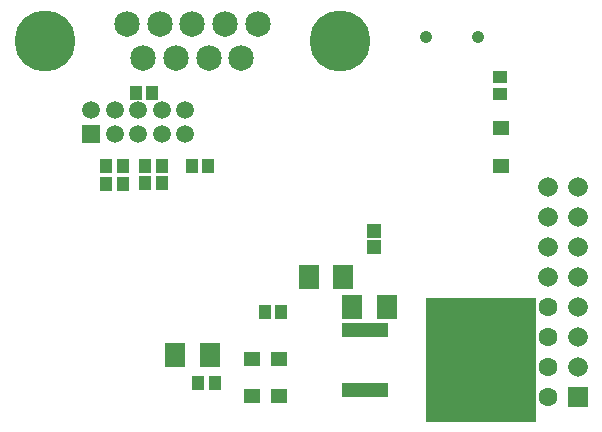
<source format=gbs>
G04 Layer_Color=16711935*
%FSLAX44Y44*%
%MOMM*%
G71*
G01*
G75*
%ADD73R,1.2600X1.2100*%
%ADD76R,1.2100X1.0600*%
%ADD77R,1.0600X1.2100*%
%ADD85C,1.5100*%
%ADD86R,1.5100X1.5100*%
%ADD87C,2.1600*%
%ADD88C,5.1600*%
%ADD89R,1.6600X1.6600*%
%ADD90C,1.6000*%
%ADD91C,1.6600*%
%ADD92C,1.0600*%
%ADD93R,1.3600X1.2600*%
%ADD94R,1.7600X2.0600*%
%ADD95R,3.9600X1.1600*%
%ADD96R,9.4000X10.5000*%
D73*
X309000Y152250D02*
D03*
Y165750D02*
D03*
D76*
X415000Y296000D02*
D03*
Y282000D02*
D03*
D77*
X154250Y221000D02*
D03*
X168250D02*
D03*
X128786Y207000D02*
D03*
X114786D02*
D03*
X129000Y221000D02*
D03*
X115000D02*
D03*
X82000Y206000D02*
D03*
X96000D02*
D03*
X96000Y221000D02*
D03*
X82000D02*
D03*
X174000Y37000D02*
D03*
X160000D02*
D03*
X216000Y97000D02*
D03*
X230000D02*
D03*
X107000Y283000D02*
D03*
X121000D02*
D03*
D85*
X149000Y268000D02*
D03*
X129000D02*
D03*
X109000D02*
D03*
X89000D02*
D03*
X69000D02*
D03*
X149000Y248000D02*
D03*
X129000D02*
D03*
X109000D02*
D03*
X89000D02*
D03*
D86*
X69000D02*
D03*
D87*
X99450Y341200D02*
D03*
X127150D02*
D03*
X154850D02*
D03*
X182550D02*
D03*
X210250D02*
D03*
X113300Y312800D02*
D03*
X141000D02*
D03*
X168700D02*
D03*
X196400D02*
D03*
D88*
X29900Y327000D02*
D03*
X279800D02*
D03*
D89*
X481000Y25600D02*
D03*
D90*
X455600D02*
D03*
Y51000D02*
D03*
Y76400D02*
D03*
Y101800D02*
D03*
D91*
X481000Y51000D02*
D03*
Y76400D02*
D03*
Y101800D02*
D03*
Y127200D02*
D03*
X455600D02*
D03*
X481000Y152600D02*
D03*
X455600D02*
D03*
X481000Y178000D02*
D03*
X455600D02*
D03*
X481000Y203400D02*
D03*
X455600D02*
D03*
D92*
X396250Y330500D02*
D03*
X352250D02*
D03*
D93*
X416000Y221000D02*
D03*
Y253000D02*
D03*
X205000Y58000D02*
D03*
Y26000D02*
D03*
X228000Y26000D02*
D03*
Y58000D02*
D03*
D94*
X169750Y61000D02*
D03*
X140250D02*
D03*
X282750Y127000D02*
D03*
X253250D02*
D03*
X319750Y102000D02*
D03*
X290250D02*
D03*
D95*
X301000Y31600D02*
D03*
Y82400D02*
D03*
D96*
X399500Y57000D02*
D03*
M02*

</source>
